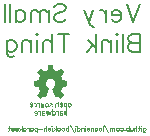
<source format=gbo>
G04 ---------------------------- Layer name :BOTTOM SILK LAYER*
G04 EasyEDA v5.4.12, Wed, 30 May 2018 18:18:05 GMT*
G04 5ddd2809abea4f13a97f4610e2c86d9f*
G04 Gerber Generator version 0.2*
G04 Scale: 100 percent, Rotated: No, Reflected: No *
G04 Dimensions in inches *
G04 leading zeros omitted , absolute positions ,2 integer and 4 decimal *
%FSLAX24Y24*%
%MOIN*%
G90*
G70D02*

%ADD11C,0.008000*%
%ADD25C,0.004000*%

%LPD*%

%LPD*%
G36*
G01X2284Y720D02*
G01X2278Y716D01*
G01X2271Y720D01*
G01X2266Y731D01*
G01X2263Y751D01*
G01X2261Y782D01*
G01X2258Y818D01*
G01X2254Y838D01*
G01X2245Y848D01*
G01X2228Y853D01*
G01X2206Y861D01*
G01X2203Y870D01*
G01X2217Y878D01*
G01X2248Y883D01*
G01X2292Y885D01*
G01X2292Y801D01*
G01X2291Y759D01*
G01X2289Y734D01*
G01X2284Y720D01*
G37*

%LPC*%

%LPD*%
G36*
G01X2480Y719D02*
G01X2473Y716D01*
G01X2466Y719D01*
G01X2461Y730D01*
G01X2459Y751D01*
G01X2458Y784D01*
G01X2459Y811D01*
G01X2462Y834D01*
G01X2466Y852D01*
G01X2472Y866D01*
G01X2480Y876D01*
G01X2491Y882D01*
G01X2504Y885D01*
G01X2519Y884D01*
G01X2534Y882D01*
G01X2543Y887D01*
G01X2546Y904D01*
G01X2546Y937D01*
G01X2546Y996D01*
G01X2515Y990D01*
G01X2490Y992D01*
G01X2473Y1005D01*
G01X2462Y1030D01*
G01X2458Y1068D01*
G01X2462Y1106D01*
G01X2474Y1132D01*
G01X2496Y1146D01*
G01X2530Y1152D01*
G01X2576Y1155D01*
G01X2576Y936D01*
G01X2576Y873D01*
G01X2575Y824D01*
G01X2575Y785D01*
G01X2573Y757D01*
G01X2571Y737D01*
G01X2569Y725D01*
G01X2566Y718D01*
G01X2562Y716D01*
G01X2555Y720D01*
G01X2550Y731D01*
G01X2547Y751D01*
G01X2544Y782D01*
G01X2542Y814D01*
G01X2538Y835D01*
G01X2532Y846D01*
G01X2523Y851D01*
G01X2507Y849D01*
G01X2496Y836D01*
G01X2490Y810D01*
G01X2488Y770D01*
G01X2487Y745D01*
G01X2484Y728D01*
G01X2480Y719D01*
G37*

%LPC*%
G36*
G01X2505Y1030D02*
G01X2517Y1028D01*
G01X2529Y1030D01*
G01X2537Y1034D01*
G01X2542Y1044D01*
G01X2545Y1060D01*
G01X2544Y1083D01*
G01X2538Y1103D01*
G01X2528Y1119D01*
G01X2517Y1124D01*
G01X2513Y1123D01*
G01X2509Y1119D01*
G01X2503Y1114D01*
G01X2498Y1108D01*
G01X2494Y1099D01*
G01X2491Y1087D01*
G01X2489Y1073D01*
G01X2490Y1060D01*
G01X2492Y1044D01*
G01X2497Y1034D01*
G01X2505Y1030D01*
G37*

%LPD*%
G36*
G01X1562Y723D02*
G01X1539Y717D01*
G01X1516Y720D01*
G01X1499Y733D01*
G01X1492Y744D01*
G01X1494Y750D01*
G01X1506Y753D01*
G01X1532Y755D01*
G01X1558Y760D01*
G01X1565Y770D01*
G01X1554Y780D01*
G01X1526Y786D01*
G01X1505Y789D01*
G01X1492Y794D01*
G01X1484Y802D01*
G01X1481Y815D01*
G01X1484Y839D01*
G01X1498Y862D01*
G01X1519Y880D01*
G01X1541Y886D01*
G01X1551Y885D01*
G01X1563Y880D01*
G01X1573Y873D01*
G01X1581Y864D01*
G01X1588Y853D01*
G01X1594Y837D01*
G01X1597Y819D01*
G01X1598Y801D01*
G01X1597Y784D01*
G01X1594Y766D01*
G01X1588Y750D01*
G01X1581Y738D01*
G01X1562Y723D01*
G37*

%LPC*%
G36*
G01X1525Y819D02*
G01X1538Y818D01*
G01X1551Y819D01*
G01X1560Y823D01*
G01X1565Y828D01*
G01X1567Y835D01*
G01X1565Y842D01*
G01X1561Y848D01*
G01X1553Y851D01*
G01X1544Y852D01*
G01X1534Y851D01*
G01X1526Y847D01*
G01X1519Y842D01*
G01X1515Y835D01*
G01X1513Y827D01*
G01X1517Y822D01*
G01X1525Y819D01*
G37*

%LPD*%
G36*
G01X1807Y721D02*
G01X1778Y718D01*
G01X1734Y719D01*
G01X1734Y791D01*
G01X1734Y828D01*
G01X1737Y851D01*
G01X1743Y866D01*
G01X1753Y875D01*
G01X1770Y882D01*
G01X1790Y885D01*
G01X1811Y884D01*
G01X1829Y879D01*
G01X1838Y870D01*
G01X1834Y862D01*
G01X1819Y855D01*
G01X1797Y852D01*
G01X1782Y851D01*
G01X1771Y848D01*
G01X1765Y843D01*
G01X1763Y835D01*
G01X1765Y828D01*
G01X1771Y823D01*
G01X1782Y819D01*
G01X1797Y818D01*
G01X1819Y814D01*
G01X1836Y803D01*
G01X1847Y786D01*
G01X1851Y763D01*
G01X1846Y745D01*
G01X1830Y730D01*
G01X1807Y721D01*
G37*

%LPC*%
G36*
G01X1777Y757D02*
G01X1796Y752D01*
G01X1814Y755D01*
G01X1822Y767D01*
G01X1820Y775D01*
G01X1815Y780D01*
G01X1805Y783D01*
G01X1792Y784D01*
G01X1779Y784D01*
G01X1770Y781D01*
G01X1766Y776D01*
G01X1765Y770D01*
G01X1777Y757D01*
G37*

%LPD*%
G36*
G01X2396Y721D02*
G01X2362Y718D01*
G01X2321Y719D01*
G01X2321Y785D01*
G01X2322Y815D01*
G01X2325Y839D01*
G01X2330Y857D01*
G01X2337Y869D01*
G01X2355Y880D01*
G01X2380Y886D01*
G01X2406Y886D01*
G01X2423Y879D01*
G01X2429Y867D01*
G01X2426Y859D01*
G01X2413Y854D01*
G01X2390Y852D01*
G01X2372Y851D01*
G01X2359Y848D01*
G01X2353Y843D01*
G01X2351Y835D01*
G01X2353Y828D01*
G01X2359Y823D01*
G01X2369Y819D01*
G01X2383Y818D01*
G01X2407Y815D01*
G01X2425Y805D01*
G01X2435Y789D01*
G01X2439Y765D01*
G01X2434Y744D01*
G01X2420Y729D01*
G01X2396Y721D01*
G37*

%LPC*%
G36*
G01X2365Y757D02*
G01X2384Y752D01*
G01X2401Y755D01*
G01X2409Y767D01*
G01X2407Y775D01*
G01X2402Y780D01*
G01X2393Y783D01*
G01X2379Y784D01*
G01X2366Y784D01*
G01X2358Y781D01*
G01X2353Y776D01*
G01X2353Y770D01*
G01X2365Y757D01*
G37*

%LPD*%
G36*
G01X1693Y726D02*
G01X1687Y719D01*
G01X1682Y720D01*
G01X1678Y728D01*
G01X1676Y745D01*
G01X1675Y769D01*
G01X1673Y809D01*
G01X1667Y834D01*
G01X1655Y848D01*
G01X1636Y854D01*
G01X1615Y861D01*
G01X1613Y870D01*
G01X1628Y878D01*
G01X1658Y882D01*
G01X1705Y884D01*
G01X1702Y804D01*
G01X1700Y769D01*
G01X1697Y743D01*
G01X1693Y726D01*
G37*

%LPC*%

%LPD*%
G36*
G01X2153Y723D02*
G01X2121Y719D01*
G01X2076Y720D01*
G01X2076Y837D01*
G01X2077Y896D01*
G01X2079Y932D01*
G01X2084Y950D01*
G01X2091Y954D01*
G01X2098Y952D01*
G01X2102Y945D01*
G01X2105Y934D01*
G01X2106Y917D01*
G01X2107Y896D01*
G01X2110Y885D01*
G01X2119Y882D01*
G01X2134Y884D01*
G01X2158Y881D01*
G01X2177Y865D01*
G01X2189Y837D01*
G01X2194Y801D01*
G01X2190Y764D01*
G01X2176Y738D01*
G01X2153Y723D01*
G37*

%LPC*%
G36*
G01X2120Y758D02*
G01X2129Y756D01*
G01X2146Y761D01*
G01X2157Y776D01*
G01X2163Y797D01*
G01X2161Y823D01*
G01X2157Y838D01*
G01X2151Y846D01*
G01X2143Y851D01*
G01X2132Y850D01*
G01X2121Y847D01*
G01X2115Y839D01*
G01X2111Y825D01*
G01X2111Y801D01*
G01X2111Y779D01*
G01X2114Y765D01*
G01X2120Y758D01*
G37*

%LPD*%
G36*
G01X1919Y726D02*
G01X1913Y719D01*
G01X1907Y724D01*
G01X1898Y741D01*
G01X1888Y767D01*
G01X1877Y801D01*
G01X1865Y847D01*
G01X1859Y872D01*
G01X1861Y883D01*
G01X1869Y884D01*
G01X1876Y880D01*
G01X1883Y870D01*
G01X1890Y856D01*
G01X1895Y839D01*
G01X1905Y805D01*
G01X1913Y793D01*
G01X1920Y803D01*
G01X1930Y835D01*
G01X1941Y871D01*
G01X1954Y884D01*
G01X1967Y875D01*
G01X1979Y844D01*
G01X1990Y807D01*
G01X2000Y794D01*
G01X2008Y803D01*
G01X2017Y835D01*
G01X2022Y857D01*
G01X2029Y873D01*
G01X2036Y883D01*
G01X2043Y886D01*
G01X2049Y885D01*
G01X2053Y881D01*
G01X2054Y875D01*
G01X2053Y867D01*
G01X2041Y825D01*
G01X2032Y792D01*
G01X2024Y766D01*
G01X2018Y748D01*
G01X2012Y735D01*
G01X2008Y727D01*
G01X2003Y723D01*
G01X1999Y722D01*
G01X1992Y726D01*
G01X1985Y738D01*
G01X1978Y756D01*
G01X1971Y779D01*
G01X1956Y835D01*
G01X1940Y780D01*
G01X1934Y757D01*
G01X1926Y739D01*
G01X1919Y726D01*
G37*

%LPC*%

%LPD*%
G36*
G01X1786Y992D02*
G01X1761Y988D01*
G01X1751Y988D01*
G01X1727Y988D01*
G01X1716Y988D01*
G01X1703Y990D01*
G01X1697Y1000D01*
G01X1696Y1024D01*
G01X1696Y1070D01*
G01X1699Y1104D01*
G01X1702Y1131D01*
G01X1706Y1148D01*
G01X1711Y1157D01*
G01X1716Y1156D01*
G01X1720Y1146D01*
G01X1723Y1125D01*
G01X1726Y1094D01*
G01X1728Y1057D01*
G01X1732Y1038D01*
G01X1740Y1030D01*
G01X1753Y1028D01*
G01X1767Y1030D01*
G01X1775Y1038D01*
G01X1779Y1056D01*
G01X1783Y1090D01*
G01X1786Y1119D01*
G01X1790Y1141D01*
G01X1795Y1153D01*
G01X1800Y1157D01*
G01X1805Y1153D01*
G01X1809Y1139D01*
G01X1811Y1117D01*
G01X1812Y1087D01*
G01X1810Y1038D01*
G01X1802Y1007D01*
G01X1786Y992D01*
G37*

%LPC*%

%LPD*%
G36*
G01X1400Y990D02*
G01X1382Y988D01*
G01X1357Y991D01*
G01X1341Y998D01*
G01X1334Y1008D01*
G01X1337Y1022D01*
G01X1341Y1027D01*
G01X1346Y1028D01*
G01X1353Y1027D01*
G01X1361Y1023D01*
G01X1378Y1017D01*
G01X1394Y1018D01*
G01X1406Y1027D01*
G01X1411Y1040D01*
G01X1408Y1048D01*
G01X1400Y1053D01*
G01X1386Y1055D01*
G01X1367Y1056D01*
G01X1343Y1057D01*
G01X1329Y1061D01*
G01X1324Y1069D01*
G01X1323Y1084D01*
G01X1328Y1109D01*
G01X1343Y1133D01*
G01X1363Y1151D01*
G01X1383Y1158D01*
G01X1392Y1157D01*
G01X1401Y1152D01*
G01X1411Y1144D01*
G01X1420Y1136D01*
G01X1433Y1111D01*
G01X1440Y1077D01*
G01X1438Y1042D01*
G01X1430Y1010D01*
G01X1423Y1000D01*
G01X1413Y993D01*
G01X1400Y990D01*
G37*

%LPC*%
G36*
G01X1365Y1091D02*
G01X1380Y1090D01*
G01X1398Y1092D01*
G01X1408Y1098D01*
G01X1410Y1106D01*
G01X1404Y1117D01*
G01X1394Y1123D01*
G01X1384Y1123D01*
G01X1372Y1118D01*
G01X1361Y1107D01*
G01X1357Y1098D01*
G01X1357Y1094D01*
G01X1365Y1091D01*
G37*

%LPD*%
G36*
G01X1658Y992D02*
G01X1651Y988D01*
G01X1644Y991D01*
G01X1639Y1001D01*
G01X1636Y1017D01*
G01X1636Y1044D01*
G01X1633Y1080D01*
G01X1625Y1107D01*
G01X1612Y1121D01*
G01X1598Y1120D01*
G01X1594Y1119D01*
G01X1588Y1120D01*
G01X1583Y1123D01*
G01X1578Y1129D01*
G01X1573Y1137D01*
G01X1573Y1144D01*
G01X1577Y1148D01*
G01X1587Y1153D01*
G01X1596Y1155D01*
G01X1605Y1154D01*
G01X1614Y1151D01*
G01X1621Y1146D01*
G01X1628Y1141D01*
G01X1632Y1139D01*
G01X1635Y1141D01*
G01X1636Y1146D01*
G01X1638Y1154D01*
G01X1643Y1158D01*
G01X1651Y1157D01*
G01X1659Y1151D01*
G01X1661Y1142D01*
G01X1663Y1123D01*
G01X1665Y1096D01*
G01X1665Y1066D01*
G01X1665Y1028D01*
G01X1662Y1004D01*
G01X1658Y992D01*
G37*

%LPC*%

%LPD*%
G36*
G01X1911Y990D02*
G01X1895Y988D01*
G01X1870Y993D01*
G01X1853Y1008D01*
G01X1844Y1036D01*
G01X1842Y1078D01*
G01X1843Y1099D01*
G01X1848Y1117D01*
G01X1855Y1132D01*
G01X1864Y1144D01*
G01X1876Y1152D01*
G01X1889Y1155D01*
G01X1904Y1155D01*
G01X1920Y1150D01*
G01X1933Y1141D01*
G01X1944Y1128D01*
G01X1952Y1111D01*
G01X1957Y1092D01*
G01X1959Y1072D01*
G01X1957Y1052D01*
G01X1952Y1032D01*
G01X1944Y1013D01*
G01X1935Y1002D01*
G01X1924Y994D01*
G01X1911Y990D01*
G37*

%LPC*%
G36*
G01X1874Y1028D02*
G01X1882Y1023D01*
G01X1897Y1024D01*
G01X1911Y1028D01*
G01X1920Y1034D01*
G01X1925Y1044D01*
G01X1928Y1060D01*
G01X1927Y1086D01*
G01X1919Y1107D01*
G01X1907Y1119D01*
G01X1891Y1122D01*
G01X1884Y1117D01*
G01X1879Y1107D01*
G01X1875Y1092D01*
G01X1873Y1070D01*
G01X1871Y1042D01*
G01X1874Y1028D01*
G37*

%LPD*%
G36*
G01X2196Y991D02*
G01X2188Y988D01*
G01X2180Y991D01*
G01X2176Y1001D01*
G01X2175Y1022D01*
G01X2176Y1057D01*
G01X2179Y1084D01*
G01X2182Y1108D01*
G01X2186Y1127D01*
G01X2191Y1137D01*
G01X2198Y1142D01*
G01X2211Y1146D01*
G01X2228Y1150D01*
G01X2246Y1152D01*
G01X2292Y1156D01*
G01X2292Y1072D01*
G01X2291Y1031D01*
G01X2289Y1005D01*
G01X2284Y992D01*
G01X2277Y988D01*
G01X2270Y991D01*
G01X2266Y1001D01*
G01X2263Y1020D01*
G01X2263Y1050D01*
G01X2262Y1079D01*
G01X2259Y1099D01*
G01X2254Y1112D01*
G01X2246Y1118D01*
G01X2229Y1118D01*
G01X2215Y1103D01*
G01X2207Y1076D01*
G01X2204Y1037D01*
G01X2203Y1014D01*
G01X2200Y999D01*
G01X2196Y991D01*
G37*

%LPC*%

%LPD*%
G36*
G01X2392Y991D02*
G01X2375Y988D01*
G01X2360Y989D01*
G01X2346Y994D01*
G01X2337Y1001D01*
G01X2333Y1010D01*
G01X2336Y1022D01*
G01X2340Y1026D01*
G01X2346Y1028D01*
G01X2353Y1026D01*
G01X2362Y1022D01*
G01X2371Y1017D01*
G01X2380Y1015D01*
G01X2388Y1017D01*
G01X2395Y1023D01*
G01X2407Y1038D01*
G01X2407Y1048D01*
G01X2392Y1055D01*
G01X2365Y1056D01*
G01X2341Y1057D01*
G01X2328Y1061D01*
G01X2323Y1069D01*
G01X2321Y1085D01*
G01X2326Y1111D01*
G01X2340Y1134D01*
G01X2359Y1152D01*
G01X2380Y1158D01*
G01X2389Y1157D01*
G01X2400Y1152D01*
G01X2410Y1144D01*
G01X2419Y1136D01*
G01X2434Y1107D01*
G01X2439Y1070D01*
G01X2435Y1034D01*
G01X2421Y1007D01*
G01X2407Y997D01*
G01X2392Y991D01*
G37*

%LPC*%
G36*
G01X2366Y1091D02*
G01X2379Y1090D01*
G01X2397Y1092D01*
G01X2407Y1098D01*
G01X2409Y1106D01*
G01X2403Y1117D01*
G01X2391Y1123D01*
G01X2376Y1121D01*
G01X2361Y1115D01*
G01X2353Y1105D01*
G01X2353Y1098D01*
G01X2358Y1094D01*
G01X2366Y1091D01*
G37*

%LPD*%
G36*
G01X2675Y990D02*
G01X2659Y988D01*
G01X2634Y993D01*
G01X2617Y1008D01*
G01X2608Y1036D01*
G01X2605Y1078D01*
G01X2607Y1099D01*
G01X2611Y1117D01*
G01X2618Y1132D01*
G01X2628Y1144D01*
G01X2639Y1152D01*
G01X2653Y1155D01*
G01X2667Y1155D01*
G01X2684Y1150D01*
G01X2697Y1141D01*
G01X2708Y1128D01*
G01X2715Y1111D01*
G01X2721Y1092D01*
G01X2722Y1072D01*
G01X2721Y1052D01*
G01X2716Y1032D01*
G01X2707Y1013D01*
G01X2699Y1002D01*
G01X2688Y994D01*
G01X2675Y990D01*
G37*

%LPC*%
G36*
G01X2638Y1028D02*
G01X2645Y1023D01*
G01X2661Y1024D01*
G01X2675Y1028D01*
G01X2684Y1034D01*
G01X2689Y1044D01*
G01X2692Y1060D01*
G01X2690Y1086D01*
G01X2683Y1107D01*
G01X2671Y1119D01*
G01X2655Y1122D01*
G01X2648Y1117D01*
G01X2642Y1107D01*
G01X2639Y1092D01*
G01X2636Y1070D01*
G01X2635Y1042D01*
G01X2638Y1028D01*
G37*

%LPD*%
G36*
G01X2066Y992D02*
G01X2037Y989D01*
G01X2008Y993D01*
G01X1989Y1005D01*
G01X1978Y1029D01*
G01X1981Y1052D01*
G01X1995Y1071D01*
G01X2020Y1084D01*
G01X2048Y1097D01*
G01X2058Y1111D01*
G01X2050Y1121D01*
G01X2023Y1120D01*
G01X1999Y1118D01*
G01X1985Y1123D01*
G01X1984Y1134D01*
G01X1997Y1146D01*
G01X2015Y1155D01*
G01X2034Y1157D01*
G01X2052Y1155D01*
G01X2069Y1146D01*
G01X2081Y1132D01*
G01X2086Y1111D01*
G01X2084Y1088D01*
G01X2075Y1070D01*
G01X2068Y1065D01*
G01X2058Y1060D01*
G01X2047Y1057D01*
G01X2035Y1056D01*
G01X2023Y1055D01*
G01X2015Y1052D01*
G01X2010Y1046D01*
G01X2008Y1039D01*
G01X2012Y1024D01*
G01X2024Y1015D01*
G01X2042Y1013D01*
G01X2061Y1020D01*
G01X2078Y1026D01*
G01X2089Y1025D01*
G01X2092Y1017D01*
G01X2085Y1003D01*
G01X2066Y992D01*
G37*

%LPC*%

%LPD*%
G36*
G01X1527Y993D02*
G01X1497Y990D01*
G01X1471Y998D01*
G01X1463Y1011D01*
G01X1473Y1022D01*
G01X1499Y1028D01*
G01X1517Y1029D01*
G01X1528Y1034D01*
G01X1533Y1044D01*
G01X1536Y1064D01*
G01X1536Y1082D01*
G01X1534Y1095D01*
G01X1528Y1105D01*
G01X1518Y1113D01*
G01X1507Y1119D01*
G01X1499Y1121D01*
G01X1492Y1119D01*
G01X1486Y1114D01*
G01X1481Y1109D01*
G01X1475Y1108D01*
G01X1469Y1110D01*
G01X1463Y1115D01*
G01X1457Y1122D01*
G01X1455Y1128D01*
G01X1459Y1134D01*
G01X1467Y1142D01*
G01X1482Y1153D01*
G01X1498Y1157D01*
G01X1515Y1154D01*
G01X1533Y1145D01*
G01X1550Y1131D01*
G01X1561Y1116D01*
G01X1566Y1096D01*
G01X1567Y1067D01*
G01X1563Y1032D01*
G01X1549Y1007D01*
G01X1527Y993D01*
G37*

%LPC*%

%LPD*%
G36*
G01X1750Y1329D02*
G01X1691Y1282D01*
G01X1638Y1343D01*
G01X1584Y1405D01*
G01X1626Y1472D01*
G01X1666Y1539D01*
G01X1645Y1601D01*
G01X1636Y1625D01*
G01X1628Y1646D01*
G01X1620Y1662D01*
G01X1614Y1670D01*
G01X1606Y1673D01*
G01X1593Y1677D01*
G01X1576Y1681D01*
G01X1556Y1684D01*
G01X1530Y1688D01*
G01X1511Y1693D01*
G01X1498Y1698D01*
G01X1488Y1706D01*
G01X1483Y1717D01*
G01X1480Y1734D01*
G01X1479Y1757D01*
G01X1479Y1787D01*
G01X1479Y1818D01*
G01X1480Y1841D01*
G01X1483Y1857D01*
G01X1488Y1869D01*
G01X1498Y1877D01*
G01X1512Y1882D01*
G01X1532Y1886D01*
G01X1558Y1890D01*
G01X1594Y1898D01*
G01X1618Y1913D01*
G01X1635Y1938D01*
G01X1651Y1980D01*
G01X1668Y2032D01*
G01X1626Y2101D01*
G01X1584Y2170D01*
G01X1638Y2232D01*
G01X1691Y2293D01*
G01X1751Y2245D01*
G01X1811Y2197D01*
G01X1853Y2213D01*
G01X1873Y2221D01*
G01X1889Y2230D01*
G01X1902Y2240D01*
G01X1912Y2251D01*
G01X1920Y2265D01*
G01X1926Y2281D01*
G01X1930Y2301D01*
G01X1933Y2324D01*
G01X1937Y2355D01*
G01X1940Y2378D01*
G01X1945Y2394D01*
G01X1952Y2405D01*
G01X1962Y2412D01*
G01X1976Y2415D01*
G01X1996Y2416D01*
G01X2023Y2416D01*
G01X2057Y2415D01*
G01X2080Y2413D01*
G01X2093Y2407D01*
G01X2100Y2400D01*
G01X2102Y2388D01*
G01X2105Y2371D01*
G01X2109Y2348D01*
G01X2112Y2324D01*
G01X2115Y2301D01*
G01X2119Y2281D01*
G01X2126Y2265D01*
G01X2133Y2251D01*
G01X2144Y2240D01*
G01X2156Y2230D01*
G01X2172Y2221D01*
G01X2192Y2213D01*
G01X2234Y2197D01*
G01X2294Y2245D01*
G01X2354Y2293D01*
G01X2461Y2170D01*
G01X2419Y2101D01*
G01X2377Y2032D01*
G01X2394Y1980D01*
G01X2410Y1938D01*
G01X2427Y1913D01*
G01X2451Y1898D01*
G01X2487Y1890D01*
G01X2513Y1886D01*
G01X2533Y1882D01*
G01X2547Y1877D01*
G01X2557Y1869D01*
G01X2562Y1857D01*
G01X2565Y1841D01*
G01X2566Y1818D01*
G01X2566Y1787D01*
G01X2566Y1757D01*
G01X2565Y1734D01*
G01X2562Y1717D01*
G01X2557Y1706D01*
G01X2548Y1698D01*
G01X2534Y1693D01*
G01X2515Y1688D01*
G01X2489Y1684D01*
G01X2470Y1681D01*
G01X2452Y1677D01*
G01X2439Y1673D01*
G01X2431Y1670D01*
G01X2425Y1662D01*
G01X2417Y1646D01*
G01X2409Y1625D01*
G01X2400Y1601D01*
G01X2379Y1539D01*
G01X2461Y1405D01*
G01X2407Y1343D01*
G01X2354Y1282D01*
G01X2295Y1329D01*
G01X2261Y1355D01*
G01X2240Y1367D01*
G01X2226Y1367D01*
G01X2210Y1357D01*
G01X2184Y1337D01*
G01X2157Y1409D01*
G01X2144Y1442D01*
G01X2130Y1479D01*
G01X2117Y1516D01*
G01X2107Y1547D01*
G01X2084Y1612D01*
G01X2124Y1662D01*
G01X2139Y1683D01*
G01X2151Y1705D01*
G01X2161Y1727D01*
G01X2167Y1749D01*
G01X2171Y1772D01*
G01X2173Y1794D01*
G01X2171Y1816D01*
G01X2167Y1838D01*
G01X2159Y1859D01*
G01X2149Y1879D01*
G01X2136Y1898D01*
G01X2121Y1916D01*
G01X2098Y1936D01*
G01X2073Y1950D01*
G01X2048Y1959D01*
G01X2023Y1961D01*
G01X1997Y1959D01*
G01X1972Y1950D01*
G01X1947Y1936D01*
G01X1924Y1915D01*
G01X1909Y1898D01*
G01X1896Y1879D01*
G01X1886Y1859D01*
G01X1878Y1838D01*
G01X1874Y1816D01*
G01X1873Y1794D01*
G01X1874Y1772D01*
G01X1878Y1749D01*
G01X1884Y1727D01*
G01X1894Y1705D01*
G01X1906Y1683D01*
G01X1921Y1662D01*
G01X1961Y1612D01*
G01X1939Y1547D01*
G01X1928Y1516D01*
G01X1915Y1479D01*
G01X1901Y1442D01*
G01X1888Y1409D01*
G01X1861Y1337D01*
G01X1835Y1357D01*
G01X1819Y1367D01*
G01X1805Y1367D01*
G01X1785Y1355D01*
G01X1750Y1329D01*
G37*

%LPC*%

%LPD*%
G54D11*
G01X5000Y4427D02*
G01X4781Y3854D01*
G01X4563Y4427D02*
G01X4781Y3854D01*
G01X4383Y4072D02*
G01X4056Y4072D01*
G01X4056Y4127D01*
G01X4083Y4181D01*
G01X4110Y4209D01*
G01X4165Y4236D01*
G01X4247Y4236D01*
G01X4301Y4209D01*
G01X4356Y4154D01*
G01X4383Y4072D01*
G01X4383Y4018D01*
G01X4356Y3936D01*
G01X4301Y3881D01*
G01X4247Y3854D01*
G01X4165Y3854D01*
G01X4110Y3881D01*
G01X4056Y3936D01*
G01X3876Y4236D02*
G01X3876Y3854D01*
G01X3876Y4072D02*
G01X3849Y4154D01*
G01X3794Y4209D01*
G01X3740Y4236D01*
G01X3658Y4236D01*
G01X3450Y4236D02*
G01X3287Y3854D01*
G01X3123Y4236D02*
G01X3287Y3854D01*
G01X3341Y3745D01*
G01X3396Y3690D01*
G01X3450Y3663D01*
G01X3478Y3663D01*
G01X2141Y4345D02*
G01X2196Y4400D01*
G01X2278Y4427D01*
G01X2387Y4427D01*
G01X2469Y4400D01*
G01X2523Y4345D01*
G01X2523Y4290D01*
G01X2496Y4236D01*
G01X2469Y4209D01*
G01X2414Y4181D01*
G01X2250Y4127D01*
G01X2196Y4100D01*
G01X2169Y4072D01*
G01X2141Y4018D01*
G01X2141Y3936D01*
G01X2196Y3881D01*
G01X2278Y3854D01*
G01X2387Y3854D01*
G01X2469Y3881D01*
G01X2523Y3936D01*
G01X1961Y4236D02*
G01X1961Y3854D01*
G01X1961Y4127D02*
G01X1880Y4209D01*
G01X1825Y4236D01*
G01X1743Y4236D01*
G01X1689Y4209D01*
G01X1661Y4127D01*
G01X1661Y3854D01*
G01X1661Y4127D02*
G01X1580Y4209D01*
G01X1525Y4236D01*
G01X1443Y4236D01*
G01X1389Y4209D01*
G01X1361Y4127D01*
G01X1361Y3854D01*
G01X854Y4236D02*
G01X854Y3854D01*
G01X854Y4154D02*
G01X909Y4209D01*
G01X963Y4236D01*
G01X1045Y4236D01*
G01X1100Y4209D01*
G01X1154Y4154D01*
G01X1181Y4072D01*
G01X1181Y4018D01*
G01X1154Y3936D01*
G01X1100Y3881D01*
G01X1045Y3854D01*
G01X963Y3854D01*
G01X909Y3881D01*
G01X854Y3936D01*
G01X674Y4427D02*
G01X674Y3854D01*
G01X494Y4427D02*
G01X494Y3854D01*
G01X5000Y3427D02*
G01X5000Y2854D01*
G01X5000Y3427D02*
G01X4754Y3427D01*
G01X4672Y3400D01*
G01X4645Y3372D01*
G01X4618Y3318D01*
G01X4618Y3263D01*
G01X4645Y3209D01*
G01X4672Y3181D01*
G01X4754Y3154D01*
G01X5000Y3154D02*
G01X4754Y3154D01*
G01X4672Y3127D01*
G01X4645Y3100D01*
G01X4618Y3045D01*
G01X4618Y2963D01*
G01X4645Y2909D01*
G01X4672Y2881D01*
G01X4754Y2854D01*
G01X5000Y2854D01*
G01X4438Y3427D02*
G01X4438Y2854D01*
G01X4258Y3427D02*
G01X4230Y3400D01*
G01X4203Y3427D01*
G01X4230Y3454D01*
G01X4258Y3427D01*
G01X4230Y3236D02*
G01X4230Y2854D01*
G01X4023Y3236D02*
G01X4023Y2854D01*
G01X4023Y3127D02*
G01X3941Y3209D01*
G01X3887Y3236D01*
G01X3805Y3236D01*
G01X3750Y3209D01*
G01X3723Y3127D01*
G01X3723Y2854D01*
G01X3543Y3427D02*
G01X3543Y2854D01*
G01X3270Y3236D02*
G01X3543Y2963D01*
G01X3434Y3072D02*
G01X3243Y2854D01*
G01X2452Y3427D02*
G01X2452Y2854D01*
G01X2643Y3427D02*
G01X2261Y3427D01*
G01X2081Y3427D02*
G01X2081Y2854D01*
G01X2081Y3127D02*
G01X2000Y3209D01*
G01X1945Y3236D01*
G01X1863Y3236D01*
G01X1809Y3209D01*
G01X1781Y3127D01*
G01X1781Y2854D01*
G01X1601Y3427D02*
G01X1574Y3400D01*
G01X1547Y3427D01*
G01X1574Y3454D01*
G01X1601Y3427D01*
G01X1574Y3236D02*
G01X1574Y2854D01*
G01X1367Y3236D02*
G01X1367Y2854D01*
G01X1367Y3127D02*
G01X1285Y3209D01*
G01X1230Y3236D01*
G01X1149Y3236D01*
G01X1094Y3209D01*
G01X1067Y3127D01*
G01X1067Y2854D01*
G01X559Y3236D02*
G01X559Y2800D01*
G01X587Y2718D01*
G01X614Y2690D01*
G01X669Y2663D01*
G01X750Y2663D01*
G01X805Y2690D01*
G01X559Y3154D02*
G01X614Y3209D01*
G01X669Y3236D01*
G01X750Y3236D01*
G01X805Y3209D01*
G01X859Y3154D01*
G01X887Y3072D01*
G01X887Y3018D01*
G01X859Y2936D01*
G01X805Y2881D01*
G01X750Y2854D01*
G01X669Y2854D01*
G01X614Y2881D01*
G01X559Y2936D01*
G54D25*
G01X5098Y320D02*
G01X5098Y203D01*
G01X5106Y181D01*
G01X5113Y174D01*
G01X5127Y167D01*
G01X5149Y167D01*
G01X5164Y174D01*
G01X5098Y298D02*
G01X5113Y312D01*
G01X5127Y320D01*
G01X5149Y320D01*
G01X5164Y312D01*
G01X5178Y298D01*
G01X5186Y276D01*
G01X5186Y261D01*
G01X5178Y240D01*
G01X5164Y225D01*
G01X5149Y218D01*
G01X5127Y218D01*
G01X5113Y225D01*
G01X5098Y240D01*
G01X5050Y370D02*
G01X5043Y363D01*
G01X5036Y370D01*
G01X5043Y378D01*
G01X5050Y370D01*
G01X5043Y320D02*
G01X5043Y218D01*
G01X4966Y370D02*
G01X4966Y247D01*
G01X4959Y225D01*
G01X4944Y218D01*
G01X4930Y218D01*
G01X4988Y320D02*
G01X4937Y320D01*
G01X4882Y370D02*
G01X4882Y218D01*
G01X4882Y290D02*
G01X4860Y312D01*
G01X4845Y320D01*
G01X4823Y320D01*
G01X4809Y312D01*
G01X4802Y290D01*
G01X4802Y218D01*
G01X4754Y320D02*
G01X4754Y247D01*
G01X4746Y225D01*
G01X4732Y218D01*
G01X4710Y218D01*
G01X4696Y225D01*
G01X4674Y247D01*
G01X4674Y320D02*
G01X4674Y218D01*
G01X4626Y370D02*
G01X4626Y218D01*
G01X4626Y298D02*
G01X4611Y312D01*
G01X4597Y320D01*
G01X4575Y320D01*
G01X4560Y312D01*
G01X4546Y298D01*
G01X4538Y276D01*
G01X4538Y261D01*
G01X4546Y240D01*
G01X4560Y225D01*
G01X4575Y218D01*
G01X4597Y218D01*
G01X4611Y225D01*
G01X4626Y240D01*
G01X4483Y254D02*
G01X4490Y247D01*
G01X4483Y240D01*
G01X4476Y247D01*
G01X4483Y254D01*
G01X4341Y298D02*
G01X4355Y312D01*
G01X4370Y320D01*
G01X4392Y320D01*
G01X4406Y312D01*
G01X4421Y298D01*
G01X4428Y276D01*
G01X4428Y261D01*
G01X4421Y240D01*
G01X4406Y225D01*
G01X4392Y218D01*
G01X4370Y218D01*
G01X4355Y225D01*
G01X4341Y240D01*
G01X4256Y320D02*
G01X4271Y312D01*
G01X4285Y298D01*
G01X4293Y276D01*
G01X4293Y261D01*
G01X4285Y240D01*
G01X4271Y225D01*
G01X4256Y218D01*
G01X4234Y218D01*
G01X4220Y225D01*
G01X4205Y240D01*
G01X4198Y261D01*
G01X4198Y276D01*
G01X4205Y298D01*
G01X4220Y312D01*
G01X4234Y320D01*
G01X4256Y320D01*
G01X4150Y320D02*
G01X4150Y218D01*
G01X4150Y290D02*
G01X4128Y312D01*
G01X4114Y320D01*
G01X4092Y320D01*
G01X4077Y312D01*
G01X4070Y290D01*
G01X4070Y218D01*
G01X4070Y290D02*
G01X4048Y312D01*
G01X4034Y320D01*
G01X4012Y320D01*
G01X3997Y312D01*
G01X3990Y290D01*
G01X3990Y218D01*
G01X3811Y400D02*
G01X3942Y167D01*
G01X3763Y370D02*
G01X3763Y218D01*
G01X3679Y320D02*
G01X3693Y312D01*
G01X3708Y298D01*
G01X3715Y276D01*
G01X3715Y261D01*
G01X3708Y240D01*
G01X3693Y225D01*
G01X3679Y218D01*
G01X3657Y218D01*
G01X3642Y225D01*
G01X3628Y240D01*
G01X3621Y261D01*
G01X3621Y276D01*
G01X3628Y298D01*
G01X3642Y312D01*
G01X3657Y320D01*
G01X3679Y320D01*
G01X3485Y320D02*
G01X3485Y218D01*
G01X3485Y298D02*
G01X3500Y312D01*
G01X3514Y320D01*
G01X3536Y320D01*
G01X3551Y312D01*
G01X3565Y298D01*
G01X3573Y276D01*
G01X3573Y261D01*
G01X3565Y240D01*
G01X3551Y225D01*
G01X3536Y218D01*
G01X3514Y218D01*
G01X3500Y225D01*
G01X3485Y240D01*
G01X3437Y320D02*
G01X3437Y218D01*
G01X3437Y290D02*
G01X3415Y312D01*
G01X3401Y320D01*
G01X3379Y320D01*
G01X3365Y312D01*
G01X3357Y290D01*
G01X3357Y218D01*
G01X3229Y298D02*
G01X3237Y312D01*
G01X3258Y320D01*
G01X3280Y320D01*
G01X3302Y312D01*
G01X3309Y298D01*
G01X3302Y283D01*
G01X3288Y276D01*
G01X3251Y269D01*
G01X3237Y261D01*
G01X3229Y247D01*
G01X3229Y240D01*
G01X3237Y225D01*
G01X3258Y218D01*
G01X3280Y218D01*
G01X3302Y225D01*
G01X3309Y240D01*
G01X3181Y370D02*
G01X3174Y363D01*
G01X3167Y370D01*
G01X3174Y378D01*
G01X3181Y370D01*
G01X3174Y320D02*
G01X3174Y218D01*
G01X3119Y320D02*
G01X3119Y218D01*
G01X3119Y290D02*
G01X3097Y312D01*
G01X3082Y320D01*
G01X3061Y320D01*
G01X3046Y312D01*
G01X3039Y290D01*
G01X3039Y218D01*
G01X2903Y370D02*
G01X2903Y218D01*
G01X2903Y298D02*
G01X2918Y312D01*
G01X2933Y320D01*
G01X2954Y320D01*
G01X2969Y312D01*
G01X2984Y298D01*
G01X2991Y276D01*
G01X2991Y261D01*
G01X2984Y240D01*
G01X2969Y225D01*
G01X2954Y218D01*
G01X2933Y218D01*
G01X2918Y225D01*
G01X2903Y240D01*
G01X2855Y370D02*
G01X2848Y363D01*
G01X2841Y370D01*
G01X2848Y378D01*
G01X2855Y370D01*
G01X2848Y320D02*
G01X2848Y218D01*
G01X2662Y400D02*
G01X2793Y167D01*
G01X2614Y370D02*
G01X2614Y218D01*
G01X2614Y298D02*
G01X2600Y312D01*
G01X2585Y320D01*
G01X2563Y320D01*
G01X2549Y312D01*
G01X2534Y298D01*
G01X2527Y276D01*
G01X2527Y261D01*
G01X2534Y240D01*
G01X2549Y225D01*
G01X2563Y218D01*
G01X2585Y218D01*
G01X2600Y225D01*
G01X2614Y240D01*
G01X2442Y320D02*
G01X2457Y312D01*
G01X2471Y298D01*
G01X2479Y276D01*
G01X2479Y261D01*
G01X2471Y240D01*
G01X2457Y225D01*
G01X2442Y218D01*
G01X2421Y218D01*
G01X2406Y225D01*
G01X2392Y240D01*
G01X2384Y261D01*
G01X2384Y276D01*
G01X2392Y298D01*
G01X2406Y312D01*
G01X2421Y320D01*
G01X2442Y320D01*
G01X2300Y320D02*
G01X2314Y312D01*
G01X2329Y298D01*
G01X2336Y276D01*
G01X2336Y261D01*
G01X2329Y240D01*
G01X2314Y225D01*
G01X2300Y218D01*
G01X2278Y218D01*
G01X2263Y225D01*
G01X2249Y240D01*
G01X2242Y261D01*
G01X2242Y276D01*
G01X2249Y298D01*
G01X2263Y312D01*
G01X2278Y320D01*
G01X2300Y320D01*
G01X2194Y370D02*
G01X2194Y218D01*
G01X2121Y320D02*
G01X2194Y247D01*
G01X2165Y276D02*
G01X2114Y218D01*
G01X2066Y370D02*
G01X2058Y363D01*
G01X2051Y370D01*
G01X2058Y378D01*
G01X2066Y370D01*
G01X2058Y320D02*
G01X2058Y218D01*
G01X1923Y298D02*
G01X1930Y312D01*
G01X1952Y320D01*
G01X1974Y320D01*
G01X1996Y312D01*
G01X2003Y298D01*
G01X1996Y283D01*
G01X1981Y276D01*
G01X1945Y269D01*
G01X1930Y261D01*
G01X1923Y247D01*
G01X1923Y240D01*
G01X1930Y225D01*
G01X1952Y218D01*
G01X1974Y218D01*
G01X1996Y225D01*
G01X2003Y240D01*
G01X1875Y370D02*
G01X1875Y218D01*
G01X1875Y290D02*
G01X1853Y312D01*
G01X1839Y320D01*
G01X1817Y320D01*
G01X1802Y312D01*
G01X1795Y290D01*
G01X1795Y218D01*
G01X1747Y283D02*
G01X1616Y283D01*
G01X1568Y320D02*
G01X1568Y167D01*
G01X1568Y298D02*
G01X1554Y312D01*
G01X1539Y320D01*
G01X1517Y320D01*
G01X1503Y312D01*
G01X1488Y298D01*
G01X1481Y276D01*
G01X1481Y261D01*
G01X1488Y240D01*
G01X1503Y225D01*
G01X1517Y218D01*
G01X1539Y218D01*
G01X1554Y225D01*
G01X1568Y240D01*
G01X1346Y320D02*
G01X1346Y218D01*
G01X1346Y298D02*
G01X1360Y312D01*
G01X1375Y320D01*
G01X1397Y320D01*
G01X1411Y312D01*
G01X1426Y298D01*
G01X1433Y276D01*
G01X1433Y261D01*
G01X1426Y240D01*
G01X1411Y225D01*
G01X1397Y218D01*
G01X1375Y218D01*
G01X1360Y225D01*
G01X1346Y240D01*
G01X1298Y320D02*
G01X1298Y218D01*
G01X1298Y276D02*
G01X1290Y298D01*
G01X1276Y312D01*
G01X1261Y320D01*
G01X1240Y320D01*
G01X1104Y320D02*
G01X1104Y218D01*
G01X1104Y298D02*
G01X1119Y312D01*
G01X1133Y320D01*
G01X1155Y320D01*
G01X1170Y312D01*
G01X1184Y298D01*
G01X1192Y276D01*
G01X1192Y261D01*
G01X1184Y240D01*
G01X1170Y225D01*
G01X1155Y218D01*
G01X1133Y218D01*
G01X1119Y225D01*
G01X1104Y240D01*
G01X1056Y370D02*
G01X1056Y218D01*
G01X984Y320D02*
G01X1056Y247D01*
G01X1027Y276D02*
G01X976Y218D01*
G01X928Y276D02*
G01X841Y276D01*
G01X841Y290D01*
G01X848Y305D01*
G01X855Y312D01*
G01X870Y320D01*
G01X892Y320D01*
G01X906Y312D01*
G01X921Y298D01*
G01X928Y276D01*
G01X928Y261D01*
G01X921Y240D01*
G01X906Y225D01*
G01X892Y218D01*
G01X870Y218D01*
G01X855Y225D01*
G01X841Y240D01*
G01X793Y276D02*
G01X706Y276D01*
G01X706Y290D01*
G01X713Y305D01*
G01X720Y312D01*
G01X735Y320D01*
G01X757Y320D01*
G01X771Y312D01*
G01X786Y298D01*
G01X793Y276D01*
G01X793Y261D01*
G01X786Y240D01*
G01X771Y225D01*
G01X757Y218D01*
G01X735Y218D01*
G01X720Y225D01*
G01X706Y240D01*
G01X636Y370D02*
G01X636Y247D01*
G01X629Y225D01*
G01X614Y218D01*
G01X600Y218D01*
G01X658Y320D02*
G01X607Y320D01*
M00*
M02*

</source>
